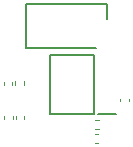
<source format=gbr>
%TF.GenerationSoftware,KiCad,Pcbnew,(5.1.8)-1*%
%TF.CreationDate,2021-09-09T14:13:13-04:00*%
%TF.ProjectId,IR_TEMP_V1,49525f54-454d-4505-9f56-312e6b696361,rev?*%
%TF.SameCoordinates,Original*%
%TF.FileFunction,Legend,Top*%
%TF.FilePolarity,Positive*%
%FSLAX46Y46*%
G04 Gerber Fmt 4.6, Leading zero omitted, Abs format (unit mm)*
G04 Created by KiCad (PCBNEW (5.1.8)-1) date 2021-09-09 14:13:13*
%MOMM*%
%LPD*%
G01*
G04 APERTURE LIST*
%ADD10C,0.120000*%
%ADD11C,0.200000*%
G04 APERTURE END LIST*
D10*
%TO.C,R2*%
X178660000Y-57177621D02*
X178660000Y-56842379D01*
X179420000Y-57177621D02*
X179420000Y-56842379D01*
%TO.C,R1*%
X185757621Y-60840000D02*
X185422379Y-60840000D01*
X185757621Y-60080000D02*
X185422379Y-60080000D01*
D11*
%TO.C,J1*%
X179590000Y-54015000D02*
X185570000Y-54015000D01*
X179590000Y-50315000D02*
X179590000Y-54015000D01*
X186470000Y-50315000D02*
X179590000Y-50315000D01*
X186470000Y-51530000D02*
X186470000Y-50315000D01*
%TO.C,IC1*%
X187185000Y-59635000D02*
X185710000Y-59635000D01*
X185360000Y-54610000D02*
X185360000Y-59610000D01*
X181660000Y-54610000D02*
X185360000Y-54610000D01*
X181660000Y-59610000D02*
X181660000Y-54610000D01*
X185360000Y-59610000D02*
X181660000Y-59610000D01*
D10*
%TO.C,C5*%
X177730000Y-57125835D02*
X177730000Y-56894165D01*
X178450000Y-57125835D02*
X178450000Y-56894165D01*
%TO.C,C4*%
X185705835Y-62040000D02*
X185474165Y-62040000D01*
X185705835Y-61320000D02*
X185474165Y-61320000D01*
%TO.C,C3*%
X188320000Y-58294165D02*
X188320000Y-58525835D01*
X187600000Y-58294165D02*
X187600000Y-58525835D01*
%TO.C,C2*%
X178720000Y-60015835D02*
X178720000Y-59784165D01*
X179440000Y-60015835D02*
X179440000Y-59784165D01*
%TO.C,C1*%
X177750000Y-60015835D02*
X177750000Y-59784165D01*
X178470000Y-60015835D02*
X178470000Y-59784165D01*
%TD*%
M02*

</source>
